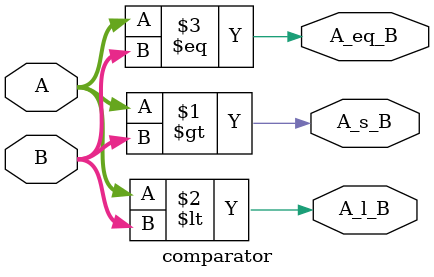
<source format=v>


module comparator(input [3:0]A,B, output A_s_B, A_eq_B, A_l_B);

assign A_s_B = A > B;
assign A_l_B = (A < B);
assign A_eq_B = (A == B);

endmodule


</source>
